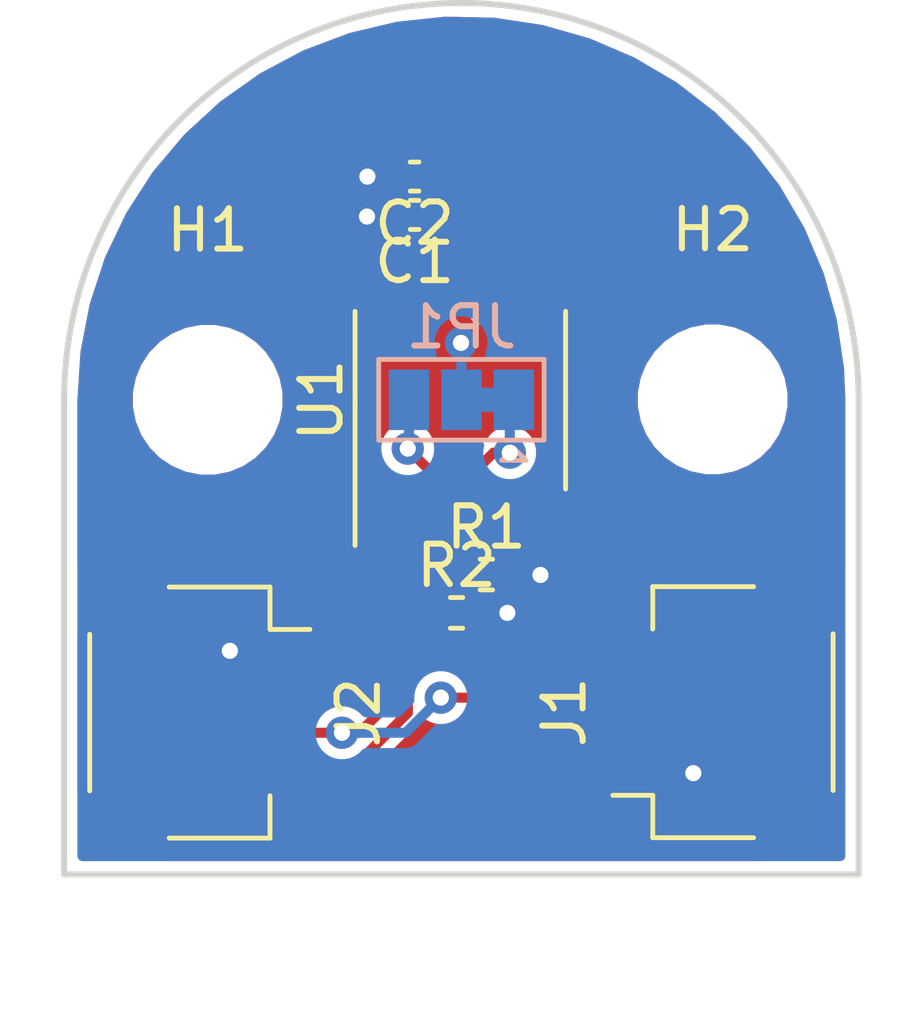
<source format=kicad_pcb>
(kicad_pcb (version 20171130) (host pcbnew 5.1.7-a382d34a8~88~ubuntu18.04.1)

  (general
    (thickness 1.6)
    (drawings 4)
    (tracks 54)
    (zones 0)
    (modules 10)
    (nets 7)
  )

  (page A4)
  (layers
    (0 F.Cu signal)
    (31 B.Cu signal)
    (32 B.Adhes user)
    (33 F.Adhes user)
    (34 B.Paste user)
    (35 F.Paste user)
    (36 B.SilkS user)
    (37 F.SilkS user)
    (38 B.Mask user)
    (39 F.Mask user)
    (40 Dwgs.User user)
    (41 Cmts.User user)
    (42 Eco1.User user)
    (43 Eco2.User user)
    (44 Edge.Cuts user)
    (45 Margin user)
    (46 B.CrtYd user)
    (47 F.CrtYd user)
    (48 B.Fab user)
    (49 F.Fab user)
  )

  (setup
    (last_trace_width 0.25)
    (trace_clearance 0.2)
    (zone_clearance 0.254)
    (zone_45_only no)
    (trace_min 0.2)
    (via_size 0.8)
    (via_drill 0.4)
    (via_min_size 0.4)
    (via_min_drill 0.3)
    (uvia_size 0.3)
    (uvia_drill 0.1)
    (uvias_allowed no)
    (uvia_min_size 0.2)
    (uvia_min_drill 0.1)
    (edge_width 0.05)
    (segment_width 0.2)
    (pcb_text_width 0.3)
    (pcb_text_size 1.5 1.5)
    (mod_edge_width 0.12)
    (mod_text_size 1 1)
    (mod_text_width 0.15)
    (pad_size 1.524 1.524)
    (pad_drill 0.762)
    (pad_to_mask_clearance 0)
    (aux_axis_origin 0 0)
    (visible_elements FFFFFF7F)
    (pcbplotparams
      (layerselection 0x010fc_ffffffff)
      (usegerberextensions false)
      (usegerberattributes true)
      (usegerberadvancedattributes true)
      (creategerberjobfile true)
      (excludeedgelayer true)
      (linewidth 0.100000)
      (plotframeref false)
      (viasonmask false)
      (mode 1)
      (useauxorigin false)
      (hpglpennumber 1)
      (hpglpenspeed 20)
      (hpglpendiameter 15.000000)
      (psnegative false)
      (psa4output false)
      (plotreference true)
      (plotvalue true)
      (plotinvisibletext false)
      (padsonsilk false)
      (subtractmaskfromsilk false)
      (outputformat 1)
      (mirror false)
      (drillshape 1)
      (scaleselection 1)
      (outputdirectory ""))
  )

  (net 0 "")
  (net 1 GND)
  (net 2 +3V3)
  (net 3 /SCL)
  (net 4 /SDA)
  (net 5 /A2)
  (net 6 /A1)

  (net_class Default "This is the default net class."
    (clearance 0.2)
    (trace_width 0.25)
    (via_dia 0.8)
    (via_drill 0.4)
    (uvia_dia 0.3)
    (uvia_drill 0.1)
    (add_net +3V3)
    (add_net /A1)
    (add_net /A2)
    (add_net /SCL)
    (add_net /SDA)
    (add_net GND)
    (add_net "Net-(U1-Pad10)")
    (add_net "Net-(U1-Pad14)")
    (add_net "Net-(U1-Pad5)")
    (add_net "Net-(U1-Pad6)")
    (add_net "Net-(U1-Pad7)")
    (add_net "Net-(U1-Pad8)")
    (add_net "Net-(U1-Pad9)")
  )

  (module Connector_JST:JST_SH_SM04B-SRSS-TB_1x04-1MP_P1.00mm_Horizontal (layer F.Cu) (tedit 5B78AD87) (tstamp 601C4F5F)
    (at 38.2 57.28 270)
    (descr "JST SH series connector, SM04B-SRSS-TB (http://www.jst-mfg.com/product/pdf/eng/eSH.pdf), generated with kicad-footprint-generator")
    (tags "connector JST SH top entry")
    (path /60266C41)
    (attr smd)
    (fp_text reference J2 (at 0 -3.98 90) (layer F.SilkS)
      (effects (font (size 1 1) (thickness 0.15)))
    )
    (fp_text value Conn_01x04_Female (at 0 3.98 90) (layer F.Fab)
      (effects (font (size 1 1) (thickness 0.15)))
    )
    (fp_text user %R (at 0 0 90) (layer F.Fab)
      (effects (font (size 1 1) (thickness 0.15)))
    )
    (fp_line (start -3 -1.675) (end 3 -1.675) (layer F.Fab) (width 0.1))
    (fp_line (start -3.11 0.715) (end -3.11 -1.785) (layer F.SilkS) (width 0.12))
    (fp_line (start -3.11 -1.785) (end -2.06 -1.785) (layer F.SilkS) (width 0.12))
    (fp_line (start -2.06 -1.785) (end -2.06 -2.775) (layer F.SilkS) (width 0.12))
    (fp_line (start 3.11 0.715) (end 3.11 -1.785) (layer F.SilkS) (width 0.12))
    (fp_line (start 3.11 -1.785) (end 2.06 -1.785) (layer F.SilkS) (width 0.12))
    (fp_line (start -1.94 2.685) (end 1.94 2.685) (layer F.SilkS) (width 0.12))
    (fp_line (start -3 2.575) (end 3 2.575) (layer F.Fab) (width 0.1))
    (fp_line (start -3 -1.675) (end -3 2.575) (layer F.Fab) (width 0.1))
    (fp_line (start 3 -1.675) (end 3 2.575) (layer F.Fab) (width 0.1))
    (fp_line (start -3.9 -3.28) (end -3.9 3.28) (layer F.CrtYd) (width 0.05))
    (fp_line (start -3.9 3.28) (end 3.9 3.28) (layer F.CrtYd) (width 0.05))
    (fp_line (start 3.9 3.28) (end 3.9 -3.28) (layer F.CrtYd) (width 0.05))
    (fp_line (start 3.9 -3.28) (end -3.9 -3.28) (layer F.CrtYd) (width 0.05))
    (fp_line (start -2 -1.675) (end -1.5 -0.967893) (layer F.Fab) (width 0.1))
    (fp_line (start -1.5 -0.967893) (end -1 -1.675) (layer F.Fab) (width 0.1))
    (pad MP smd roundrect (at 2.8 1.875 270) (size 1.2 1.8) (layers F.Cu F.Paste F.Mask) (roundrect_rratio 0.208333))
    (pad MP smd roundrect (at -2.8 1.875 270) (size 1.2 1.8) (layers F.Cu F.Paste F.Mask) (roundrect_rratio 0.208333))
    (pad 4 smd roundrect (at 1.5 -2 270) (size 0.6 1.55) (layers F.Cu F.Paste F.Mask) (roundrect_rratio 0.25)
      (net 3 /SCL))
    (pad 3 smd roundrect (at 0.5 -2 270) (size 0.6 1.55) (layers F.Cu F.Paste F.Mask) (roundrect_rratio 0.25)
      (net 4 /SDA))
    (pad 2 smd roundrect (at -0.5 -2 270) (size 0.6 1.55) (layers F.Cu F.Paste F.Mask) (roundrect_rratio 0.25)
      (net 2 +3V3))
    (pad 1 smd roundrect (at -1.5 -2 270) (size 0.6 1.55) (layers F.Cu F.Paste F.Mask) (roundrect_rratio 0.25)
      (net 1 GND))
    (model ${KISYS3DMOD}/Connector_JST.3dshapes/JST_SH_SM04B-SRSS-TB_1x04-1MP_P1.00mm_Horizontal.wrl
      (at (xyz 0 0 0))
      (scale (xyz 1 1 1))
      (rotate (xyz 0 0 0))
    )
  )

  (module Connector_JST:JST_SH_SM04B-SRSS-TB_1x04-1MP_P1.00mm_Horizontal (layer F.Cu) (tedit 5B78AD87) (tstamp 601C4F34)
    (at 51.26 57.27 90)
    (descr "JST SH series connector, SM04B-SRSS-TB (http://www.jst-mfg.com/product/pdf/eng/eSH.pdf), generated with kicad-footprint-generator")
    (tags "connector JST SH top entry")
    (path /60265EC3)
    (attr smd)
    (fp_text reference J1 (at 0 -3.98 90) (layer F.SilkS)
      (effects (font (size 1 1) (thickness 0.15)))
    )
    (fp_text value Conn_01x04_Female (at 0 3.98 90) (layer F.Fab)
      (effects (font (size 1 1) (thickness 0.15)))
    )
    (fp_text user %R (at 0 0 90) (layer F.Fab)
      (effects (font (size 1 1) (thickness 0.15)))
    )
    (fp_line (start -3 -1.675) (end 3 -1.675) (layer F.Fab) (width 0.1))
    (fp_line (start -3.11 0.715) (end -3.11 -1.785) (layer F.SilkS) (width 0.12))
    (fp_line (start -3.11 -1.785) (end -2.06 -1.785) (layer F.SilkS) (width 0.12))
    (fp_line (start -2.06 -1.785) (end -2.06 -2.775) (layer F.SilkS) (width 0.12))
    (fp_line (start 3.11 0.715) (end 3.11 -1.785) (layer F.SilkS) (width 0.12))
    (fp_line (start 3.11 -1.785) (end 2.06 -1.785) (layer F.SilkS) (width 0.12))
    (fp_line (start -1.94 2.685) (end 1.94 2.685) (layer F.SilkS) (width 0.12))
    (fp_line (start -3 2.575) (end 3 2.575) (layer F.Fab) (width 0.1))
    (fp_line (start -3 -1.675) (end -3 2.575) (layer F.Fab) (width 0.1))
    (fp_line (start 3 -1.675) (end 3 2.575) (layer F.Fab) (width 0.1))
    (fp_line (start -3.9 -3.28) (end -3.9 3.28) (layer F.CrtYd) (width 0.05))
    (fp_line (start -3.9 3.28) (end 3.9 3.28) (layer F.CrtYd) (width 0.05))
    (fp_line (start 3.9 3.28) (end 3.9 -3.28) (layer F.CrtYd) (width 0.05))
    (fp_line (start 3.9 -3.28) (end -3.9 -3.28) (layer F.CrtYd) (width 0.05))
    (fp_line (start -2 -1.675) (end -1.5 -0.967893) (layer F.Fab) (width 0.1))
    (fp_line (start -1.5 -0.967893) (end -1 -1.675) (layer F.Fab) (width 0.1))
    (pad MP smd roundrect (at 2.8 1.875 90) (size 1.2 1.8) (layers F.Cu F.Paste F.Mask) (roundrect_rratio 0.208333))
    (pad MP smd roundrect (at -2.8 1.875 90) (size 1.2 1.8) (layers F.Cu F.Paste F.Mask) (roundrect_rratio 0.208333))
    (pad 4 smd roundrect (at 1.5 -2 90) (size 0.6 1.55) (layers F.Cu F.Paste F.Mask) (roundrect_rratio 0.25)
      (net 3 /SCL))
    (pad 3 smd roundrect (at 0.5 -2 90) (size 0.6 1.55) (layers F.Cu F.Paste F.Mask) (roundrect_rratio 0.25)
      (net 4 /SDA))
    (pad 2 smd roundrect (at -0.5 -2 90) (size 0.6 1.55) (layers F.Cu F.Paste F.Mask) (roundrect_rratio 0.25)
      (net 2 +3V3))
    (pad 1 smd roundrect (at -1.5 -2 90) (size 0.6 1.55) (layers F.Cu F.Paste F.Mask) (roundrect_rratio 0.25)
      (net 1 GND))
    (model ${KISYS3DMOD}/Connector_JST.3dshapes/JST_SH_SM04B-SRSS-TB_1x04-1MP_P1.00mm_Horizontal.wrl
      (at (xyz 0 0 0))
      (scale (xyz 1 1 1))
      (rotate (xyz 0 0 0))
    )
  )

  (module Package_SO:TSSOP-14_4.4x5mm_P0.65mm (layer F.Cu) (tedit 5E476F32) (tstamp 601C4FB4)
    (at 44.704 49.54 90)
    (descr "TSSOP, 14 Pin (JEDEC MO-153 Var AB-1 https://www.jedec.org/document_search?search_api_views_fulltext=MO-153), generated with kicad-footprint-generator ipc_gullwing_generator.py")
    (tags "TSSOP SO")
    (path /602637EA)
    (attr smd)
    (fp_text reference U1 (at 0 -3.45 90) (layer F.SilkS)
      (effects (font (size 1 1) (thickness 0.15)))
    )
    (fp_text value AS5048B (at 0 3.45 90) (layer F.Fab)
      (effects (font (size 1 1) (thickness 0.15)))
    )
    (fp_text user %R (at 0 0 90) (layer F.Fab)
      (effects (font (size 1 1) (thickness 0.15)))
    )
    (fp_line (start 0 2.61) (end 2.2 2.61) (layer F.SilkS) (width 0.12))
    (fp_line (start 0 2.61) (end -2.2 2.61) (layer F.SilkS) (width 0.12))
    (fp_line (start 0 -2.61) (end 2.2 -2.61) (layer F.SilkS) (width 0.12))
    (fp_line (start 0 -2.61) (end -3.6 -2.61) (layer F.SilkS) (width 0.12))
    (fp_line (start -1.2 -2.5) (end 2.2 -2.5) (layer F.Fab) (width 0.1))
    (fp_line (start 2.2 -2.5) (end 2.2 2.5) (layer F.Fab) (width 0.1))
    (fp_line (start 2.2 2.5) (end -2.2 2.5) (layer F.Fab) (width 0.1))
    (fp_line (start -2.2 2.5) (end -2.2 -1.5) (layer F.Fab) (width 0.1))
    (fp_line (start -2.2 -1.5) (end -1.2 -2.5) (layer F.Fab) (width 0.1))
    (fp_line (start -3.85 -2.75) (end -3.85 2.75) (layer F.CrtYd) (width 0.05))
    (fp_line (start -3.85 2.75) (end 3.85 2.75) (layer F.CrtYd) (width 0.05))
    (fp_line (start 3.85 2.75) (end 3.85 -2.75) (layer F.CrtYd) (width 0.05))
    (fp_line (start 3.85 -2.75) (end -3.85 -2.75) (layer F.CrtYd) (width 0.05))
    (pad 14 smd roundrect (at 2.8625 -1.95 90) (size 1.475 0.4) (layers F.Cu F.Paste F.Mask) (roundrect_rratio 0.25))
    (pad 13 smd roundrect (at 2.8625 -1.3 90) (size 1.475 0.4) (layers F.Cu F.Paste F.Mask) (roundrect_rratio 0.25)
      (net 1 GND))
    (pad 12 smd roundrect (at 2.8625 -0.65 90) (size 1.475 0.4) (layers F.Cu F.Paste F.Mask) (roundrect_rratio 0.25)
      (net 2 +3V3))
    (pad 11 smd roundrect (at 2.8625 0 90) (size 1.475 0.4) (layers F.Cu F.Paste F.Mask) (roundrect_rratio 0.25)
      (net 2 +3V3))
    (pad 10 smd roundrect (at 2.8625 0.65 90) (size 1.475 0.4) (layers F.Cu F.Paste F.Mask) (roundrect_rratio 0.25))
    (pad 9 smd roundrect (at 2.8625 1.3 90) (size 1.475 0.4) (layers F.Cu F.Paste F.Mask) (roundrect_rratio 0.25))
    (pad 8 smd roundrect (at 2.8625 1.95 90) (size 1.475 0.4) (layers F.Cu F.Paste F.Mask) (roundrect_rratio 0.25))
    (pad 7 smd roundrect (at -2.8625 1.95 90) (size 1.475 0.4) (layers F.Cu F.Paste F.Mask) (roundrect_rratio 0.25))
    (pad 6 smd roundrect (at -2.8625 1.3 90) (size 1.475 0.4) (layers F.Cu F.Paste F.Mask) (roundrect_rratio 0.25))
    (pad 5 smd roundrect (at -2.8625 0.65 90) (size 1.475 0.4) (layers F.Cu F.Paste F.Mask) (roundrect_rratio 0.25))
    (pad 4 smd roundrect (at -2.8625 0 90) (size 1.475 0.4) (layers F.Cu F.Paste F.Mask) (roundrect_rratio 0.25)
      (net 6 /A1))
    (pad 3 smd roundrect (at -2.8625 -0.65 90) (size 1.475 0.4) (layers F.Cu F.Paste F.Mask) (roundrect_rratio 0.25)
      (net 5 /A2))
    (pad 2 smd roundrect (at -2.8625 -1.3 90) (size 1.475 0.4) (layers F.Cu F.Paste F.Mask) (roundrect_rratio 0.25)
      (net 3 /SCL))
    (pad 1 smd roundrect (at -2.8625 -1.95 90) (size 1.475 0.4) (layers F.Cu F.Paste F.Mask) (roundrect_rratio 0.25)
      (net 4 /SDA))
    (model ${KISYS3DMOD}/Package_SO.3dshapes/TSSOP-14_4.4x5mm_P0.65mm.wrl
      (at (xyz 0 0 0))
      (scale (xyz 1 1 1))
      (rotate (xyz 0 0 0))
    )
  )

  (module Resistor_SMD:R_0402_1005Metric (layer F.Cu) (tedit 5F68FEEE) (tstamp 601C4F94)
    (at 44.61 54.81)
    (descr "Resistor SMD 0402 (1005 Metric), square (rectangular) end terminal, IPC_7351 nominal, (Body size source: IPC-SM-782 page 72, https://www.pcb-3d.com/wordpress/wp-content/uploads/ipc-sm-782a_amendment_1_and_2.pdf), generated with kicad-footprint-generator")
    (tags resistor)
    (path /60270A36)
    (attr smd)
    (fp_text reference R2 (at 0 -1.17) (layer F.SilkS)
      (effects (font (size 1 1) (thickness 0.15)))
    )
    (fp_text value R (at 0 1.17) (layer F.Fab)
      (effects (font (size 1 1) (thickness 0.15)))
    )
    (fp_text user %R (at 0 0) (layer F.Fab)
      (effects (font (size 0.26 0.26) (thickness 0.04)))
    )
    (fp_line (start -0.525 0.27) (end -0.525 -0.27) (layer F.Fab) (width 0.1))
    (fp_line (start -0.525 -0.27) (end 0.525 -0.27) (layer F.Fab) (width 0.1))
    (fp_line (start 0.525 -0.27) (end 0.525 0.27) (layer F.Fab) (width 0.1))
    (fp_line (start 0.525 0.27) (end -0.525 0.27) (layer F.Fab) (width 0.1))
    (fp_line (start -0.153641 -0.38) (end 0.153641 -0.38) (layer F.SilkS) (width 0.12))
    (fp_line (start -0.153641 0.38) (end 0.153641 0.38) (layer F.SilkS) (width 0.12))
    (fp_line (start -0.93 0.47) (end -0.93 -0.47) (layer F.CrtYd) (width 0.05))
    (fp_line (start -0.93 -0.47) (end 0.93 -0.47) (layer F.CrtYd) (width 0.05))
    (fp_line (start 0.93 -0.47) (end 0.93 0.47) (layer F.CrtYd) (width 0.05))
    (fp_line (start 0.93 0.47) (end -0.93 0.47) (layer F.CrtYd) (width 0.05))
    (pad 2 smd roundrect (at 0.51 0) (size 0.54 0.64) (layers F.Cu F.Paste F.Mask) (roundrect_rratio 0.25)
      (net 1 GND))
    (pad 1 smd roundrect (at -0.51 0) (size 0.54 0.64) (layers F.Cu F.Paste F.Mask) (roundrect_rratio 0.25)
      (net 5 /A2))
    (model ${KISYS3DMOD}/Resistor_SMD.3dshapes/R_0402_1005Metric.wrl
      (at (xyz 0 0 0))
      (scale (xyz 1 1 1))
      (rotate (xyz 0 0 0))
    )
  )

  (module Resistor_SMD:R_0402_1005Metric (layer F.Cu) (tedit 5F68FEEE) (tstamp 601C54C7)
    (at 45.35 53.86)
    (descr "Resistor SMD 0402 (1005 Metric), square (rectangular) end terminal, IPC_7351 nominal, (Body size source: IPC-SM-782 page 72, https://www.pcb-3d.com/wordpress/wp-content/uploads/ipc-sm-782a_amendment_1_and_2.pdf), generated with kicad-footprint-generator")
    (tags resistor)
    (path /60270FA8)
    (attr smd)
    (fp_text reference R1 (at 0 -1.17) (layer F.SilkS)
      (effects (font (size 1 1) (thickness 0.15)))
    )
    (fp_text value R (at 0 1.17) (layer F.Fab)
      (effects (font (size 1 1) (thickness 0.15)))
    )
    (fp_text user %R (at 0 0) (layer F.Fab)
      (effects (font (size 0.26 0.26) (thickness 0.04)))
    )
    (fp_line (start -0.525 0.27) (end -0.525 -0.27) (layer F.Fab) (width 0.1))
    (fp_line (start -0.525 -0.27) (end 0.525 -0.27) (layer F.Fab) (width 0.1))
    (fp_line (start 0.525 -0.27) (end 0.525 0.27) (layer F.Fab) (width 0.1))
    (fp_line (start 0.525 0.27) (end -0.525 0.27) (layer F.Fab) (width 0.1))
    (fp_line (start -0.153641 -0.38) (end 0.153641 -0.38) (layer F.SilkS) (width 0.12))
    (fp_line (start -0.153641 0.38) (end 0.153641 0.38) (layer F.SilkS) (width 0.12))
    (fp_line (start -0.93 0.47) (end -0.93 -0.47) (layer F.CrtYd) (width 0.05))
    (fp_line (start -0.93 -0.47) (end 0.93 -0.47) (layer F.CrtYd) (width 0.05))
    (fp_line (start 0.93 -0.47) (end 0.93 0.47) (layer F.CrtYd) (width 0.05))
    (fp_line (start 0.93 0.47) (end -0.93 0.47) (layer F.CrtYd) (width 0.05))
    (pad 2 smd roundrect (at 0.51 0) (size 0.54 0.64) (layers F.Cu F.Paste F.Mask) (roundrect_rratio 0.25)
      (net 1 GND))
    (pad 1 smd roundrect (at -0.51 0) (size 0.54 0.64) (layers F.Cu F.Paste F.Mask) (roundrect_rratio 0.25)
      (net 6 /A1))
    (model ${KISYS3DMOD}/Resistor_SMD.3dshapes/R_0402_1005Metric.wrl
      (at (xyz 0 0 0))
      (scale (xyz 1 1 1))
      (rotate (xyz 0 0 0))
    )
  )

  (module Jumper:SolderJumper-3_P1.3mm_Bridged12_Pad1.0x1.5mm (layer B.Cu) (tedit 5C756B4C) (tstamp 601C4F72)
    (at 44.73 49.53 180)
    (descr "SMD Solder 3-pad Jumper, 1x1.5mm Pads, 0.3mm gap, pads 1-2 bridged with 1 copper strip")
    (tags "solder jumper open")
    (path /6026F970)
    (attr virtual)
    (fp_text reference JP1 (at 0 1.8) (layer B.SilkS)
      (effects (font (size 1 1) (thickness 0.15)) (justify mirror))
    )
    (fp_text value Jumper_NC_Dual (at 0 -2) (layer B.Fab)
      (effects (font (size 1 1) (thickness 0.15)) (justify mirror))
    )
    (fp_line (start -1.3 -1.2) (end -1 -1.5) (layer B.SilkS) (width 0.12))
    (fp_line (start -1.6 -1.5) (end -1 -1.5) (layer B.SilkS) (width 0.12))
    (fp_line (start -1.3 -1.2) (end -1.6 -1.5) (layer B.SilkS) (width 0.12))
    (fp_line (start -2.05 -1) (end -2.05 1) (layer B.SilkS) (width 0.12))
    (fp_line (start 2.05 -1) (end -2.05 -1) (layer B.SilkS) (width 0.12))
    (fp_line (start 2.05 1) (end 2.05 -1) (layer B.SilkS) (width 0.12))
    (fp_line (start -2.05 1) (end 2.05 1) (layer B.SilkS) (width 0.12))
    (fp_line (start -2.3 1.25) (end 2.3 1.25) (layer B.CrtYd) (width 0.05))
    (fp_line (start -2.3 1.25) (end -2.3 -1.25) (layer B.CrtYd) (width 0.05))
    (fp_line (start 2.3 -1.25) (end 2.3 1.25) (layer B.CrtYd) (width 0.05))
    (fp_line (start 2.3 -1.25) (end -2.3 -1.25) (layer B.CrtYd) (width 0.05))
    (fp_poly (pts (xy -0.9 0.3) (xy -0.4 0.3) (xy -0.4 -0.3) (xy -0.9 -0.3)) (layer B.Cu) (width 0))
    (pad 2 smd rect (at 0 0 180) (size 1 1.5) (layers B.Cu B.Mask)
      (net 2 +3V3))
    (pad 3 smd rect (at 1.3 0 180) (size 1 1.5) (layers B.Cu B.Mask)
      (net 5 /A2))
    (pad 1 smd rect (at -1.3 0 180) (size 1 1.5) (layers B.Cu B.Mask)
      (net 6 /A1))
  )

  (module MountingHole:MountingHole_3.2mm_M3 (layer F.Cu) (tedit 56D1B4CB) (tstamp 601C4F09)
    (at 50.96 49.52)
    (descr "Mounting Hole 3.2mm, no annular, M3")
    (tags "mounting hole 3.2mm no annular m3")
    (path /60277423)
    (attr virtual)
    (fp_text reference H2 (at 0 -4.2) (layer F.SilkS)
      (effects (font (size 1 1) (thickness 0.15)))
    )
    (fp_text value MountingHole (at 0 4.2) (layer F.Fab)
      (effects (font (size 1 1) (thickness 0.15)))
    )
    (fp_text user %R (at 0.3 0) (layer F.Fab)
      (effects (font (size 1 1) (thickness 0.15)))
    )
    (fp_circle (center 0 0) (end 3.2 0) (layer Cmts.User) (width 0.15))
    (fp_circle (center 0 0) (end 3.45 0) (layer F.CrtYd) (width 0.05))
    (pad 1 np_thru_hole circle (at 0 0) (size 3.2 3.2) (drill 3.2) (layers *.Cu *.Mask))
  )

  (module MountingHole:MountingHole_3.2mm_M3 (layer F.Cu) (tedit 56D1B4CB) (tstamp 601C4F01)
    (at 38.44 49.53)
    (descr "Mounting Hole 3.2mm, no annular, M3")
    (tags "mounting hole 3.2mm no annular m3")
    (path /6027721E)
    (attr virtual)
    (fp_text reference H1 (at 0 -4.2) (layer F.SilkS)
      (effects (font (size 1 1) (thickness 0.15)))
    )
    (fp_text value MountingHole (at 0 4.2) (layer F.Fab)
      (effects (font (size 1 1) (thickness 0.15)))
    )
    (fp_text user %R (at 0.3 0) (layer F.Fab)
      (effects (font (size 1 1) (thickness 0.15)))
    )
    (fp_circle (center 0 0) (end 3.2 0) (layer Cmts.User) (width 0.15))
    (fp_circle (center 0 0) (end 3.45 0) (layer F.CrtYd) (width 0.05))
    (pad 1 np_thru_hole circle (at 0 0) (size 3.2 3.2) (drill 3.2) (layers *.Cu *.Mask))
  )

  (module Capacitor_SMD:C_0402_1005Metric (layer F.Cu) (tedit 5F68FEEE) (tstamp 601C4EF9)
    (at 43.57 44 180)
    (descr "Capacitor SMD 0402 (1005 Metric), square (rectangular) end terminal, IPC_7351 nominal, (Body size source: IPC-SM-782 page 76, https://www.pcb-3d.com/wordpress/wp-content/uploads/ipc-sm-782a_amendment_1_and_2.pdf), generated with kicad-footprint-generator")
    (tags capacitor)
    (path /60264634)
    (attr smd)
    (fp_text reference C2 (at 0 -1.16) (layer F.SilkS)
      (effects (font (size 1 1) (thickness 0.15)))
    )
    (fp_text value C (at 0 1.16) (layer F.Fab)
      (effects (font (size 1 1) (thickness 0.15)))
    )
    (fp_text user %R (at 0 0) (layer F.Fab)
      (effects (font (size 0.25 0.25) (thickness 0.04)))
    )
    (fp_line (start -0.5 0.25) (end -0.5 -0.25) (layer F.Fab) (width 0.1))
    (fp_line (start -0.5 -0.25) (end 0.5 -0.25) (layer F.Fab) (width 0.1))
    (fp_line (start 0.5 -0.25) (end 0.5 0.25) (layer F.Fab) (width 0.1))
    (fp_line (start 0.5 0.25) (end -0.5 0.25) (layer F.Fab) (width 0.1))
    (fp_line (start -0.107836 -0.36) (end 0.107836 -0.36) (layer F.SilkS) (width 0.12))
    (fp_line (start -0.107836 0.36) (end 0.107836 0.36) (layer F.SilkS) (width 0.12))
    (fp_line (start -0.91 0.46) (end -0.91 -0.46) (layer F.CrtYd) (width 0.05))
    (fp_line (start -0.91 -0.46) (end 0.91 -0.46) (layer F.CrtYd) (width 0.05))
    (fp_line (start 0.91 -0.46) (end 0.91 0.46) (layer F.CrtYd) (width 0.05))
    (fp_line (start 0.91 0.46) (end -0.91 0.46) (layer F.CrtYd) (width 0.05))
    (pad 2 smd roundrect (at 0.48 0 180) (size 0.56 0.62) (layers F.Cu F.Paste F.Mask) (roundrect_rratio 0.25)
      (net 1 GND))
    (pad 1 smd roundrect (at -0.48 0 180) (size 0.56 0.62) (layers F.Cu F.Paste F.Mask) (roundrect_rratio 0.25)
      (net 2 +3V3))
    (model ${KISYS3DMOD}/Capacitor_SMD.3dshapes/C_0402_1005Metric.wrl
      (at (xyz 0 0 0))
      (scale (xyz 1 1 1))
      (rotate (xyz 0 0 0))
    )
  )

  (module Capacitor_SMD:C_0402_1005Metric (layer F.Cu) (tedit 5F68FEEE) (tstamp 601C4EE8)
    (at 43.57 44.95 180)
    (descr "Capacitor SMD 0402 (1005 Metric), square (rectangular) end terminal, IPC_7351 nominal, (Body size source: IPC-SM-782 page 76, https://www.pcb-3d.com/wordpress/wp-content/uploads/ipc-sm-782a_amendment_1_and_2.pdf), generated with kicad-footprint-generator")
    (tags capacitor)
    (path /602643A1)
    (attr smd)
    (fp_text reference C1 (at 0 -1.16) (layer F.SilkS)
      (effects (font (size 1 1) (thickness 0.15)))
    )
    (fp_text value C (at 0 1.16) (layer F.Fab)
      (effects (font (size 1 1) (thickness 0.15)))
    )
    (fp_text user %R (at 0 0) (layer F.Fab)
      (effects (font (size 0.25 0.25) (thickness 0.04)))
    )
    (fp_line (start -0.5 0.25) (end -0.5 -0.25) (layer F.Fab) (width 0.1))
    (fp_line (start -0.5 -0.25) (end 0.5 -0.25) (layer F.Fab) (width 0.1))
    (fp_line (start 0.5 -0.25) (end 0.5 0.25) (layer F.Fab) (width 0.1))
    (fp_line (start 0.5 0.25) (end -0.5 0.25) (layer F.Fab) (width 0.1))
    (fp_line (start -0.107836 -0.36) (end 0.107836 -0.36) (layer F.SilkS) (width 0.12))
    (fp_line (start -0.107836 0.36) (end 0.107836 0.36) (layer F.SilkS) (width 0.12))
    (fp_line (start -0.91 0.46) (end -0.91 -0.46) (layer F.CrtYd) (width 0.05))
    (fp_line (start -0.91 -0.46) (end 0.91 -0.46) (layer F.CrtYd) (width 0.05))
    (fp_line (start 0.91 -0.46) (end 0.91 0.46) (layer F.CrtYd) (width 0.05))
    (fp_line (start 0.91 0.46) (end -0.91 0.46) (layer F.CrtYd) (width 0.05))
    (pad 2 smd roundrect (at 0.48 0 180) (size 0.56 0.62) (layers F.Cu F.Paste F.Mask) (roundrect_rratio 0.25)
      (net 1 GND))
    (pad 1 smd roundrect (at -0.48 0 180) (size 0.56 0.62) (layers F.Cu F.Paste F.Mask) (roundrect_rratio 0.25)
      (net 2 +3V3))
    (model ${KISYS3DMOD}/Capacitor_SMD.3dshapes/C_0402_1005Metric.wrl
      (at (xyz 0 0 0))
      (scale (xyz 1 1 1))
      (rotate (xyz 0 0 0))
    )
  )

  (gr_line (start 54.58 61.29) (end 54.580005 49.55) (layer Edge.Cuts) (width 0.15))
  (gr_line (start 34.88 61.29) (end 54.58 61.29) (layer Edge.Cuts) (width 0.15))
  (gr_line (start 34.879995 49.55) (end 34.88 61.29) (layer Edge.Cuts) (width 0.15))
  (gr_arc (start 44.73 49.55) (end 34.879995 49.55) (angle 180) (layer Edge.Cuts) (width 0.15))

  (via (at 46.69 53.87) (size 0.8) (drill 0.4) (layers F.Cu B.Cu) (net 1))
  (segment (start 46.68 53.86) (end 46.69 53.87) (width 0.25) (layer F.Cu) (net 1))
  (segment (start 45.86 53.86) (end 46.68 53.86) (width 0.25) (layer F.Cu) (net 1))
  (via (at 45.87 54.81) (size 0.8) (drill 0.4) (layers F.Cu B.Cu) (net 1))
  (segment (start 45.12 54.81) (end 45.87 54.81) (width 0.25) (layer F.Cu) (net 1))
  (via (at 38.99 55.75) (size 0.8) (drill 0.4) (layers F.Cu B.Cu) (net 1))
  (segment (start 39.02 55.78) (end 38.99 55.75) (width 0.25) (layer F.Cu) (net 1))
  (segment (start 40.2 55.78) (end 39.02 55.78) (width 0.25) (layer F.Cu) (net 1))
  (via (at 50.48 58.78) (size 0.8) (drill 0.4) (layers F.Cu B.Cu) (net 1))
  (segment (start 50.47 58.77) (end 50.48 58.78) (width 0.25) (layer F.Cu) (net 1))
  (segment (start 49.26 58.77) (end 50.47 58.77) (width 0.25) (layer F.Cu) (net 1))
  (segment (start 43.404 45.264) (end 43.404 46.6775) (width 0.25) (layer F.Cu) (net 1))
  (segment (start 43.09 44.95) (end 43.404 45.264) (width 0.25) (layer F.Cu) (net 1))
  (segment (start 43.09 44) (end 43.09 44.95) (width 0.25) (layer F.Cu) (net 1))
  (via (at 42.4 44) (size 0.8) (drill 0.4) (layers F.Cu B.Cu) (net 1))
  (segment (start 43.09 44) (end 42.4 44) (width 0.25) (layer F.Cu) (net 1))
  (via (at 42.39 44.99) (size 0.8) (drill 0.4) (layers F.Cu B.Cu) (net 1))
  (segment (start 42.43 44.95) (end 42.39 44.99) (width 0.25) (layer F.Cu) (net 1))
  (segment (start 43.09 44.95) (end 42.43 44.95) (width 0.25) (layer F.Cu) (net 1))
  (via (at 44.72 48.12) (size 0.8) (drill 0.4) (layers F.Cu B.Cu) (net 2))
  (segment (start 44.73 48.13) (end 44.72 48.12) (width 0.25) (layer B.Cu) (net 2))
  (segment (start 44.73 49.53) (end 44.73 48.13) (width 0.25) (layer B.Cu) (net 2))
  (segment (start 40.2 58.78) (end 41.91 58.78) (width 0.25) (layer F.Cu) (net 3))
  (segment (start 41.91 58.78) (end 43.404 57.286) (width 0.25) (layer F.Cu) (net 3))
  (segment (start 44.078 55.77) (end 43.404 55.096) (width 0.25) (layer F.Cu) (net 3))
  (segment (start 49.26 55.77) (end 44.078 55.77) (width 0.25) (layer F.Cu) (net 3))
  (segment (start 43.404 55.096) (end 43.404 52.4025) (width 0.25) (layer F.Cu) (net 3))
  (segment (start 43.404 57.286) (end 43.404 55.096) (width 0.25) (layer F.Cu) (net 3))
  (segment (start 42.754 52.4025) (end 42.754 57.226) (width 0.25) (layer F.Cu) (net 4))
  (segment (start 42.754 57.226) (end 42.2 57.78) (width 0.25) (layer F.Cu) (net 4))
  (via (at 41.77 57.78) (size 0.8) (drill 0.4) (layers F.Cu B.Cu) (net 4))
  (segment (start 40.2 57.78) (end 41.77 57.78) (width 0.25) (layer F.Cu) (net 4))
  (segment (start 42.2 57.78) (end 41.77 57.78) (width 0.25) (layer F.Cu) (net 4))
  (via (at 44.22 56.91) (size 0.8) (drill 0.4) (layers F.Cu B.Cu) (net 4))
  (segment (start 43.35 57.78) (end 44.22 56.91) (width 0.25) (layer B.Cu) (net 4))
  (segment (start 41.77 57.78) (end 43.35 57.78) (width 0.25) (layer B.Cu) (net 4))
  (segment (start 49.12 56.91) (end 49.26 56.77) (width 0.25) (layer F.Cu) (net 4))
  (segment (start 44.22 56.91) (end 49.12 56.91) (width 0.25) (layer F.Cu) (net 4))
  (segment (start 44.054 54.764) (end 44.1 54.81) (width 0.25) (layer F.Cu) (net 5))
  (segment (start 44.054 52.4025) (end 44.054 54.764) (width 0.25) (layer F.Cu) (net 5))
  (via (at 43.4 50.74) (size 0.8) (drill 0.4) (layers F.Cu B.Cu) (net 5))
  (segment (start 43.43 50.71) (end 43.4 50.74) (width 0.25) (layer B.Cu) (net 5))
  (segment (start 43.43 49.53) (end 43.43 50.71) (width 0.25) (layer B.Cu) (net 5))
  (segment (start 43.4 50.74) (end 44.03 51.37) (width 0.25) (layer F.Cu) (net 5))
  (segment (start 44.03 52.3785) (end 44.054 52.4025) (width 0.25) (layer F.Cu) (net 5))
  (segment (start 44.03 51.37) (end 44.03 52.3785) (width 0.25) (layer F.Cu) (net 5))
  (segment (start 44.704 53.724) (end 44.84 53.86) (width 0.25) (layer F.Cu) (net 6))
  (segment (start 44.704 52.4025) (end 44.704 53.724) (width 0.25) (layer F.Cu) (net 6))
  (via (at 45.93 50.84) (size 0.8) (drill 0.4) (layers F.Cu B.Cu) (net 6))
  (segment (start 45.529 50.84) (end 45.93 50.84) (width 0.25) (layer F.Cu) (net 6))
  (segment (start 44.704 51.665) (end 45.529 50.84) (width 0.25) (layer F.Cu) (net 6))
  (segment (start 44.704 52.4025) (end 44.704 51.665) (width 0.25) (layer F.Cu) (net 6))
  (segment (start 45.93 49.63) (end 46.03 49.53) (width 0.25) (layer B.Cu) (net 6))
  (segment (start 45.93 50.84) (end 45.93 49.63) (width 0.25) (layer B.Cu) (net 6))

  (zone (net 2) (net_name +3V3) (layer F.Cu) (tstamp 0) (hatch edge 0.508)
    (connect_pads yes (clearance 0.254))
    (min_thickness 0.254)
    (fill yes (arc_segments 32) (thermal_gap 0.508) (thermal_bridge_width 0.508))
    (polygon
      (pts
        (xy 45.69 39.82) (xy 47.55 40.19) (xy 49.32 40.93) (xy 51.64 42.63) (xy 53.35 44.96)
        (xy 54.33 47.7) (xy 54.5 49.53) (xy 54.5 61.22) (xy 34.95 61.22) (xy 34.95 49.54)
        (xy 35.15 47.63) (xy 36.11 44.94) (xy 37.79 42.66) (xy 40.09 40.94) (xy 41.87 40.2)
        (xy 43.77 39.82) (xy 44.77 39.78)
      )
    )
    (filled_polygon
      (pts
        (xy 45.532325 40.19125) (xy 46.714987 40.369056) (xy 47.86548 40.695697) (xy 48.965121 41.165868) (xy 49.996121 41.771962)
        (xy 50.941752 42.504146) (xy 51.786684 43.350554) (xy 52.517215 44.297458) (xy 53.121504 45.329505) (xy 53.589763 46.429982)
        (xy 53.914395 47.581038) (xy 54.090869 48.768945) (xy 54.124006 49.559575) (xy 54.124004 53.587083) (xy 54.027179 53.535329)
        (xy 53.908462 53.499317) (xy 53.785001 53.487157) (xy 52.484999 53.487157) (xy 52.361538 53.499317) (xy 52.242821 53.535329)
        (xy 52.133411 53.59381) (xy 52.037512 53.672512) (xy 51.95881 53.768411) (xy 51.900329 53.877821) (xy 51.864317 53.996538)
        (xy 51.852157 54.119999) (xy 51.852157 54.820001) (xy 51.864317 54.943462) (xy 51.900329 55.062179) (xy 51.95881 55.171589)
        (xy 52.037512 55.267488) (xy 52.133411 55.34619) (xy 52.242821 55.404671) (xy 52.361538 55.440683) (xy 52.484999 55.452843)
        (xy 53.785001 55.452843) (xy 53.908462 55.440683) (xy 54.027179 55.404671) (xy 54.124003 55.352917) (xy 54.124001 59.187082)
        (xy 54.027179 59.135329) (xy 53.908462 59.099317) (xy 53.785001 59.087157) (xy 52.484999 59.087157) (xy 52.361538 59.099317)
        (xy 52.242821 59.135329) (xy 52.133411 59.19381) (xy 52.037512 59.272512) (xy 51.95881 59.368411) (xy 51.900329 59.477821)
        (xy 51.864317 59.596538) (xy 51.852157 59.719999) (xy 51.852157 60.420001) (xy 51.864317 60.543462) (xy 51.900329 60.662179)
        (xy 51.95881 60.771589) (xy 52.010029 60.834) (xy 37.458178 60.834) (xy 37.50119 60.781589) (xy 37.559671 60.672179)
        (xy 37.595683 60.553462) (xy 37.607843 60.430001) (xy 37.607843 59.729999) (xy 37.595683 59.606538) (xy 37.559671 59.487821)
        (xy 37.50119 59.378411) (xy 37.422488 59.282512) (xy 37.326589 59.20381) (xy 37.217179 59.145329) (xy 37.098462 59.109317)
        (xy 36.975001 59.097157) (xy 35.674999 59.097157) (xy 35.551538 59.109317) (xy 35.432821 59.145329) (xy 35.335999 59.197082)
        (xy 35.335999 57.63) (xy 39.042157 57.63) (xy 39.042157 57.93) (xy 39.052395 58.033953) (xy 39.082717 58.13391)
        (xy 39.131957 58.226032) (xy 39.176248 58.28) (xy 39.131957 58.333968) (xy 39.082717 58.42609) (xy 39.052395 58.526047)
        (xy 39.042157 58.63) (xy 39.042157 58.93) (xy 39.052395 59.033953) (xy 39.082717 59.13391) (xy 39.131957 59.226032)
        (xy 39.198223 59.306777) (xy 39.278968 59.373043) (xy 39.37109 59.422283) (xy 39.471047 59.452605) (xy 39.575 59.462843)
        (xy 40.825 59.462843) (xy 40.928953 59.452605) (xy 41.02891 59.422283) (xy 41.121032 59.373043) (xy 41.201777 59.306777)
        (xy 41.218828 59.286) (xy 41.885154 59.286) (xy 41.91 59.288447) (xy 41.934846 59.286) (xy 41.934854 59.286)
        (xy 42.009193 59.278678) (xy 42.104575 59.249745) (xy 42.192479 59.202759) (xy 42.269527 59.139527) (xy 42.285376 59.120215)
        (xy 42.785591 58.62) (xy 48.102157 58.62) (xy 48.102157 58.92) (xy 48.112395 59.023953) (xy 48.142717 59.12391)
        (xy 48.191957 59.216032) (xy 48.258223 59.296777) (xy 48.338968 59.363043) (xy 48.43109 59.412283) (xy 48.531047 59.442605)
        (xy 48.635 59.452843) (xy 49.885 59.452843) (xy 49.988953 59.442605) (xy 50.041871 59.426552) (xy 50.110058 59.472113)
        (xy 50.252191 59.530987) (xy 50.403078 59.561) (xy 50.556922 59.561) (xy 50.707809 59.530987) (xy 50.849942 59.472113)
        (xy 50.977859 59.386642) (xy 51.086642 59.277859) (xy 51.172113 59.149942) (xy 51.230987 59.007809) (xy 51.261 58.856922)
        (xy 51.261 58.703078) (xy 51.230987 58.552191) (xy 51.172113 58.410058) (xy 51.086642 58.282141) (xy 50.977859 58.173358)
        (xy 50.849942 58.087887) (xy 50.707809 58.029013) (xy 50.556922 57.999) (xy 50.403078 57.999) (xy 50.252191 58.029013)
        (xy 50.110058 58.087887) (xy 50.062457 58.119693) (xy 49.988953 58.097395) (xy 49.885 58.087157) (xy 48.635 58.087157)
        (xy 48.531047 58.097395) (xy 48.43109 58.127717) (xy 48.338968 58.176957) (xy 48.258223 58.243223) (xy 48.191957 58.323968)
        (xy 48.142717 58.41609) (xy 48.112395 58.516047) (xy 48.102157 58.62) (xy 42.785591 58.62) (xy 43.74422 57.661372)
        (xy 43.763527 57.645527) (xy 43.817183 57.580147) (xy 43.850058 57.602113) (xy 43.992191 57.660987) (xy 44.143078 57.691)
        (xy 44.296922 57.691) (xy 44.447809 57.660987) (xy 44.589942 57.602113) (xy 44.717859 57.516642) (xy 44.818501 57.416)
        (xy 48.443343 57.416) (xy 48.531047 57.442605) (xy 48.635 57.452843) (xy 49.885 57.452843) (xy 49.988953 57.442605)
        (xy 50.08891 57.412283) (xy 50.181032 57.363043) (xy 50.261777 57.296777) (xy 50.328043 57.216032) (xy 50.377283 57.12391)
        (xy 50.407605 57.023953) (xy 50.417843 56.92) (xy 50.417843 56.62) (xy 50.407605 56.516047) (xy 50.377283 56.41609)
        (xy 50.328043 56.323968) (xy 50.283752 56.27) (xy 50.328043 56.216032) (xy 50.377283 56.12391) (xy 50.407605 56.023953)
        (xy 50.417843 55.92) (xy 50.417843 55.62) (xy 50.407605 55.516047) (xy 50.377283 55.41609) (xy 50.328043 55.323968)
        (xy 50.261777 55.243223) (xy 50.181032 55.176957) (xy 50.08891 55.127717) (xy 49.988953 55.097395) (xy 49.885 55.087157)
        (xy 48.635 55.087157) (xy 48.531047 55.097395) (xy 48.43109 55.127717) (xy 48.338968 55.176957) (xy 48.258223 55.243223)
        (xy 48.241172 55.264) (xy 46.505948 55.264) (xy 46.562113 55.179942) (xy 46.620987 55.037809) (xy 46.651 54.886922)
        (xy 46.651 54.733078) (xy 46.634674 54.651) (xy 46.766922 54.651) (xy 46.917809 54.620987) (xy 47.059942 54.562113)
        (xy 47.187859 54.476642) (xy 47.296642 54.367859) (xy 47.382113 54.239942) (xy 47.440987 54.097809) (xy 47.471 53.946922)
        (xy 47.471 53.793078) (xy 47.440987 53.642191) (xy 47.382113 53.500058) (xy 47.296642 53.372141) (xy 47.187859 53.263358)
        (xy 47.181675 53.259226) (xy 47.200089 53.224776) (xy 47.227565 53.134198) (xy 47.236843 53.04) (xy 47.236843 51.765)
        (xy 47.227565 51.670802) (xy 47.200089 51.580224) (xy 47.155469 51.496747) (xy 47.095422 51.423578) (xy 47.022253 51.363531)
        (xy 46.938776 51.318911) (xy 46.848198 51.291435) (xy 46.754 51.282157) (xy 46.573861 51.282157) (xy 46.622113 51.209942)
        (xy 46.680987 51.067809) (xy 46.711 50.916922) (xy 46.711 50.763078) (xy 46.680987 50.612191) (xy 46.622113 50.470058)
        (xy 46.536642 50.342141) (xy 46.427859 50.233358) (xy 46.299942 50.147887) (xy 46.157809 50.089013) (xy 46.006922 50.059)
        (xy 45.853078 50.059) (xy 45.702191 50.089013) (xy 45.560058 50.147887) (xy 45.432141 50.233358) (xy 45.323358 50.342141)
        (xy 45.287988 50.395076) (xy 45.246521 50.417241) (xy 45.169473 50.480473) (xy 45.153628 50.49978) (xy 44.492165 51.161244)
        (xy 44.489657 51.156552) (xy 44.452759 51.087521) (xy 44.389527 51.010473) (xy 44.37022 50.994628) (xy 44.181 50.805408)
        (xy 44.181 50.663078) (xy 44.150987 50.512191) (xy 44.092113 50.370058) (xy 44.006642 50.242141) (xy 43.897859 50.133358)
        (xy 43.769942 50.047887) (xy 43.627809 49.989013) (xy 43.476922 49.959) (xy 43.323078 49.959) (xy 43.172191 49.989013)
        (xy 43.030058 50.047887) (xy 42.902141 50.133358) (xy 42.793358 50.242141) (xy 42.707887 50.370058) (xy 42.649013 50.512191)
        (xy 42.619 50.663078) (xy 42.619 50.816922) (xy 42.649013 50.967809) (xy 42.707887 51.109942) (xy 42.793358 51.237859)
        (xy 42.837656 51.282157) (xy 42.654 51.282157) (xy 42.559802 51.291435) (xy 42.469224 51.318911) (xy 42.385747 51.363531)
        (xy 42.312578 51.423578) (xy 42.252531 51.496747) (xy 42.207911 51.580224) (xy 42.180435 51.670802) (xy 42.171157 51.765)
        (xy 42.171157 53.04) (xy 42.180435 53.134198) (xy 42.207911 53.224776) (xy 42.248 53.299777) (xy 42.248001 57.016407)
        (xy 42.16187 57.102539) (xy 42.139942 57.087887) (xy 41.997809 57.029013) (xy 41.846922 56.999) (xy 41.693078 56.999)
        (xy 41.542191 57.029013) (xy 41.400058 57.087887) (xy 41.272141 57.173358) (xy 41.196559 57.24894) (xy 41.121032 57.186957)
        (xy 41.02891 57.137717) (xy 40.928953 57.107395) (xy 40.825 57.097157) (xy 39.575 57.097157) (xy 39.471047 57.107395)
        (xy 39.37109 57.137717) (xy 39.278968 57.186957) (xy 39.198223 57.253223) (xy 39.131957 57.333968) (xy 39.082717 57.42609)
        (xy 39.052395 57.526047) (xy 39.042157 57.63) (xy 35.335999 57.63) (xy 35.335998 55.673078) (xy 38.209 55.673078)
        (xy 38.209 55.826922) (xy 38.239013 55.977809) (xy 38.297887 56.119942) (xy 38.383358 56.247859) (xy 38.492141 56.356642)
        (xy 38.620058 56.442113) (xy 38.762191 56.500987) (xy 38.913078 56.531) (xy 39.066922 56.531) (xy 39.217809 56.500987)
        (xy 39.359942 56.442113) (xy 39.383834 56.426149) (xy 39.471047 56.452605) (xy 39.575 56.462843) (xy 40.825 56.462843)
        (xy 40.928953 56.452605) (xy 41.02891 56.422283) (xy 41.121032 56.373043) (xy 41.201777 56.306777) (xy 41.268043 56.226032)
        (xy 41.317283 56.13391) (xy 41.347605 56.033953) (xy 41.357843 55.93) (xy 41.357843 55.63) (xy 41.347605 55.526047)
        (xy 41.317283 55.42609) (xy 41.268043 55.333968) (xy 41.201777 55.253223) (xy 41.121032 55.186957) (xy 41.02891 55.137717)
        (xy 40.928953 55.107395) (xy 40.825 55.097157) (xy 39.575 55.097157) (xy 39.471047 55.107395) (xy 39.445593 55.115117)
        (xy 39.359942 55.057887) (xy 39.217809 54.999013) (xy 39.066922 54.969) (xy 38.913078 54.969) (xy 38.762191 54.999013)
        (xy 38.620058 55.057887) (xy 38.492141 55.143358) (xy 38.383358 55.252141) (xy 38.297887 55.380058) (xy 38.239013 55.522191)
        (xy 38.209 55.673078) (xy 35.335998 55.673078) (xy 35.335997 55.362917) (xy 35.432821 55.414671) (xy 35.551538 55.450683)
        (xy 35.674999 55.462843) (xy 36.975001 55.462843) (xy 37.098462 55.450683) (xy 37.217179 55.414671) (xy 37.326589 55.35619)
        (xy 37.422488 55.277488) (xy 37.50119 55.181589) (xy 37.559671 55.072179) (xy 37.595683 54.953462) (xy 37.607843 54.830001)
        (xy 37.607843 54.129999) (xy 37.595683 54.006538) (xy 37.559671 53.887821) (xy 37.50119 53.778411) (xy 37.422488 53.682512)
        (xy 37.326589 53.60381) (xy 37.217179 53.545329) (xy 37.098462 53.509317) (xy 36.975001 53.497157) (xy 35.674999 53.497157)
        (xy 35.551538 53.509317) (xy 35.432821 53.545329) (xy 35.335996 53.597083) (xy 35.335994 49.564545) (xy 35.350643 49.334889)
        (xy 36.459 49.334889) (xy 36.459 49.725111) (xy 36.535129 50.107836) (xy 36.684461 50.468355) (xy 36.901257 50.792814)
        (xy 37.177186 51.068743) (xy 37.501645 51.285539) (xy 37.862164 51.434871) (xy 38.244889 51.511) (xy 38.635111 51.511)
        (xy 39.017836 51.434871) (xy 39.378355 51.285539) (xy 39.702814 51.068743) (xy 39.978743 50.792814) (xy 40.195539 50.468355)
        (xy 40.344871 50.107836) (xy 40.421 49.725111) (xy 40.421 49.334889) (xy 40.419011 49.324889) (xy 48.979 49.324889)
        (xy 48.979 49.715111) (xy 49.055129 50.097836) (xy 49.204461 50.458355) (xy 49.421257 50.782814) (xy 49.697186 51.058743)
        (xy 50.021645 51.275539) (xy 50.382164 51.424871) (xy 50.764889 51.501) (xy 51.155111 51.501) (xy 51.537836 51.424871)
        (xy 51.898355 51.275539) (xy 52.222814 51.058743) (xy 52.498743 50.782814) (xy 52.715539 50.458355) (xy 52.864871 50.097836)
        (xy 52.941 49.715111) (xy 52.941 49.324889) (xy 52.864871 48.942164) (xy 52.715539 48.581645) (xy 52.498743 48.257186)
        (xy 52.222814 47.981257) (xy 51.898355 47.764461) (xy 51.537836 47.615129) (xy 51.155111 47.539) (xy 50.764889 47.539)
        (xy 50.382164 47.615129) (xy 50.021645 47.764461) (xy 49.697186 47.981257) (xy 49.421257 48.257186) (xy 49.204461 48.581645)
        (xy 49.055129 48.942164) (xy 48.979 49.324889) (xy 40.419011 49.324889) (xy 40.344871 48.952164) (xy 40.195539 48.591645)
        (xy 39.978743 48.267186) (xy 39.702814 47.991257) (xy 39.378355 47.774461) (xy 39.017836 47.625129) (xy 38.635111 47.549)
        (xy 38.244889 47.549) (xy 37.862164 47.625129) (xy 37.501645 47.774461) (xy 37.177186 47.991257) (xy 36.901257 48.267186)
        (xy 36.684461 48.591645) (xy 36.535129 48.952164) (xy 36.459 49.334889) (xy 35.350643 49.334889) (xy 35.413058 48.356474)
        (xy 35.640233 47.182291) (xy 36.014762 46.046493) (xy 36.530576 44.967494) (xy 36.565712 44.913078) (xy 41.609 44.913078)
        (xy 41.609 45.066922) (xy 41.639013 45.217809) (xy 41.697887 45.359942) (xy 41.783358 45.487859) (xy 41.892141 45.596642)
        (xy 42.020058 45.682113) (xy 42.162191 45.740987) (xy 42.261555 45.760751) (xy 42.252531 45.771747) (xy 42.207911 45.855224)
        (xy 42.180435 45.945802) (xy 42.171157 46.04) (xy 42.171157 47.315) (xy 42.180435 47.409198) (xy 42.207911 47.499776)
        (xy 42.252531 47.583253) (xy 42.312578 47.656422) (xy 42.385747 47.716469) (xy 42.469224 47.761089) (xy 42.559802 47.788565)
        (xy 42.654 47.797843) (xy 42.854 47.797843) (xy 42.948198 47.788565) (xy 43.038776 47.761089) (xy 43.079 47.739589)
        (xy 43.119224 47.761089) (xy 43.209802 47.788565) (xy 43.304 47.797843) (xy 43.504 47.797843) (xy 43.598198 47.788565)
        (xy 43.688776 47.761089) (xy 43.772253 47.716469) (xy 43.845422 47.656422) (xy 43.905469 47.583253) (xy 43.950089 47.499776)
        (xy 43.977565 47.409198) (xy 43.986843 47.315) (xy 43.986843 46.04) (xy 44.771157 46.04) (xy 44.771157 47.315)
        (xy 44.780435 47.409198) (xy 44.807911 47.499776) (xy 44.852531 47.583253) (xy 44.912578 47.656422) (xy 44.985747 47.716469)
        (xy 45.069224 47.761089) (xy 45.159802 47.788565) (xy 45.254 47.797843) (xy 45.454 47.797843) (xy 45.548198 47.788565)
        (xy 45.638776 47.761089) (xy 45.679 47.739589) (xy 45.719224 47.761089) (xy 45.809802 47.788565) (xy 45.904 47.797843)
        (xy 46.104 47.797843) (xy 46.198198 47.788565) (xy 46.288776 47.761089) (xy 46.329 47.739589) (xy 46.369224 47.761089)
        (xy 46.459802 47.788565) (xy 46.554 47.797843) (xy 46.754 47.797843) (xy 46.848198 47.788565) (xy 46.938776 47.761089)
        (xy 47.022253 47.716469) (xy 47.095422 47.656422) (xy 47.155469 47.583253) (xy 47.200089 47.499776) (xy 47.227565 47.409198)
        (xy 47.236843 47.315) (xy 47.236843 46.04) (xy 47.227565 45.945802) (xy 47.200089 45.855224) (xy 47.155469 45.771747)
        (xy 47.095422 45.698578) (xy 47.022253 45.638531) (xy 46.938776 45.593911) (xy 46.848198 45.566435) (xy 46.754 45.557157)
        (xy 46.554 45.557157) (xy 46.459802 45.566435) (xy 46.369224 45.593911) (xy 46.329 45.615411) (xy 46.288776 45.593911)
        (xy 46.198198 45.566435) (xy 46.104 45.557157) (xy 45.904 45.557157) (xy 45.809802 45.566435) (xy 45.719224 45.593911)
        (xy 45.679 45.615411) (xy 45.638776 45.593911) (xy 45.548198 45.566435) (xy 45.454 45.557157) (xy 45.254 45.557157)
        (xy 45.159802 45.566435) (xy 45.069224 45.593911) (xy 44.985747 45.638531) (xy 44.912578 45.698578) (xy 44.852531 45.771747)
        (xy 44.807911 45.855224) (xy 44.780435 45.945802) (xy 44.771157 46.04) (xy 43.986843 46.04) (xy 43.977565 45.945802)
        (xy 43.950089 45.855224) (xy 43.91 45.780224) (xy 43.91 45.288845) (xy 43.912447 45.263999) (xy 43.91 45.239153)
        (xy 43.91 45.239146) (xy 43.902678 45.164807) (xy 43.873745 45.069425) (xy 43.826759 44.981521) (xy 43.763527 44.904473)
        (xy 43.752843 44.895705) (xy 43.752843 44.78) (xy 43.742797 44.677998) (xy 43.713044 44.579917) (xy 43.664728 44.489524)
        (xy 43.652809 44.475) (xy 43.664728 44.460476) (xy 43.713044 44.370083) (xy 43.742797 44.272002) (xy 43.752843 44.17)
        (xy 43.752843 43.83) (xy 43.742797 43.727998) (xy 43.713044 43.629917) (xy 43.664728 43.539524) (xy 43.599706 43.460294)
        (xy 43.520476 43.395272) (xy 43.430083 43.346956) (xy 43.332002 43.317203) (xy 43.23 43.307157) (xy 42.95 43.307157)
        (xy 42.847998 43.317203) (xy 42.803903 43.330579) (xy 42.769942 43.307887) (xy 42.627809 43.249013) (xy 42.476922 43.219)
        (xy 42.323078 43.219) (xy 42.172191 43.249013) (xy 42.030058 43.307887) (xy 41.902141 43.393358) (xy 41.793358 43.502141)
        (xy 41.707887 43.630058) (xy 41.649013 43.772191) (xy 41.619 43.923078) (xy 41.619 44.076922) (xy 41.649013 44.227809)
        (xy 41.707887 44.369942) (xy 41.787062 44.488437) (xy 41.783358 44.492141) (xy 41.697887 44.620058) (xy 41.639013 44.762191)
        (xy 41.609 44.913078) (xy 36.565712 44.913078) (xy 37.179311 43.962782) (xy 37.950452 43.048643) (xy 38.831498 42.239898)
        (xy 39.80816 41.549662) (xy 40.864614 40.989118) (xy 41.983728 40.567355) (xy 43.147367 40.29121) (xy 44.336661 40.165161)
      )
    )
  )
  (zone (net 1) (net_name GND) (layer B.Cu) (tstamp 601C64B8) (hatch edge 0.508)
    (connect_pads yes (clearance 0.254))
    (min_thickness 0.254)
    (fill yes (arc_segments 32) (thermal_gap 0.508) (thermal_bridge_width 0.508))
    (polygon
      (pts
        (xy 45.670576 39.82) (xy 47.530576 40.19) (xy 49.300576 40.93) (xy 51.620576 42.63) (xy 53.330576 44.96)
        (xy 54.310576 47.7) (xy 54.480576 49.53) (xy 54.480576 61.22) (xy 34.930576 61.22) (xy 34.930576 49.54)
        (xy 35.130576 47.63) (xy 36.090576 44.94) (xy 37.770576 42.66) (xy 40.070576 40.94) (xy 41.850576 40.2)
        (xy 43.750576 39.82) (xy 44.750576 39.78)
      )
    )
    (filled_polygon
      (pts
        (xy 45.532325 40.19125) (xy 46.714987 40.369056) (xy 47.86548 40.695697) (xy 48.965121 41.165868) (xy 49.996121 41.771962)
        (xy 50.941752 42.504146) (xy 51.786684 43.350554) (xy 52.517215 44.297458) (xy 53.121504 45.329505) (xy 53.589763 46.429982)
        (xy 53.914395 47.581038) (xy 54.090869 48.768945) (xy 54.124006 49.559575) (xy 54.124 60.834) (xy 35.336 60.834)
        (xy 35.335999 57.703078) (xy 40.989 57.703078) (xy 40.989 57.856922) (xy 41.019013 58.007809) (xy 41.077887 58.149942)
        (xy 41.163358 58.277859) (xy 41.272141 58.386642) (xy 41.400058 58.472113) (xy 41.542191 58.530987) (xy 41.693078 58.561)
        (xy 41.846922 58.561) (xy 41.997809 58.530987) (xy 42.139942 58.472113) (xy 42.267859 58.386642) (xy 42.368501 58.286)
        (xy 43.325154 58.286) (xy 43.35 58.288447) (xy 43.374846 58.286) (xy 43.374854 58.286) (xy 43.449193 58.278678)
        (xy 43.544575 58.249745) (xy 43.632479 58.202759) (xy 43.709527 58.139527) (xy 43.725376 58.120215) (xy 44.154592 57.691)
        (xy 44.296922 57.691) (xy 44.447809 57.660987) (xy 44.589942 57.602113) (xy 44.717859 57.516642) (xy 44.826642 57.407859)
        (xy 44.912113 57.279942) (xy 44.970987 57.137809) (xy 45.001 56.986922) (xy 45.001 56.833078) (xy 44.970987 56.682191)
        (xy 44.912113 56.540058) (xy 44.826642 56.412141) (xy 44.717859 56.303358) (xy 44.589942 56.217887) (xy 44.447809 56.159013)
        (xy 44.296922 56.129) (xy 44.143078 56.129) (xy 43.992191 56.159013) (xy 43.850058 56.217887) (xy 43.722141 56.303358)
        (xy 43.613358 56.412141) (xy 43.527887 56.540058) (xy 43.469013 56.682191) (xy 43.439 56.833078) (xy 43.439 56.975408)
        (xy 43.140409 57.274) (xy 42.368501 57.274) (xy 42.267859 57.173358) (xy 42.139942 57.087887) (xy 41.997809 57.029013)
        (xy 41.846922 56.999) (xy 41.693078 56.999) (xy 41.542191 57.029013) (xy 41.400058 57.087887) (xy 41.272141 57.173358)
        (xy 41.163358 57.282141) (xy 41.077887 57.410058) (xy 41.019013 57.552191) (xy 40.989 57.703078) (xy 35.335999 57.703078)
        (xy 35.335994 49.564545) (xy 35.350643 49.334889) (xy 36.459 49.334889) (xy 36.459 49.725111) (xy 36.535129 50.107836)
        (xy 36.684461 50.468355) (xy 36.901257 50.792814) (xy 37.177186 51.068743) (xy 37.501645 51.285539) (xy 37.862164 51.434871)
        (xy 38.244889 51.511) (xy 38.635111 51.511) (xy 39.017836 51.434871) (xy 39.378355 51.285539) (xy 39.702814 51.068743)
        (xy 39.978743 50.792814) (xy 40.195539 50.468355) (xy 40.344871 50.107836) (xy 40.421 49.725111) (xy 40.421 49.334889)
        (xy 40.344871 48.952164) (xy 40.273559 48.78) (xy 42.547157 48.78) (xy 42.547157 50.28) (xy 42.554513 50.354689)
        (xy 42.576299 50.426508) (xy 42.611678 50.492696) (xy 42.644851 50.533117) (xy 42.619 50.663078) (xy 42.619 50.816922)
        (xy 42.649013 50.967809) (xy 42.707887 51.109942) (xy 42.793358 51.237859) (xy 42.902141 51.346642) (xy 43.030058 51.432113)
        (xy 43.172191 51.490987) (xy 43.323078 51.521) (xy 43.476922 51.521) (xy 43.627809 51.490987) (xy 43.769942 51.432113)
        (xy 43.897859 51.346642) (xy 44.006642 51.237859) (xy 44.092113 51.109942) (xy 44.150987 50.967809) (xy 44.181 50.816922)
        (xy 44.181 50.663078) (xy 44.179973 50.657916) (xy 44.23 50.662843) (xy 45.168938 50.662843) (xy 45.149 50.763078)
        (xy 45.149 50.916922) (xy 45.179013 51.067809) (xy 45.237887 51.209942) (xy 45.323358 51.337859) (xy 45.432141 51.446642)
        (xy 45.560058 51.532113) (xy 45.702191 51.590987) (xy 45.853078 51.621) (xy 46.006922 51.621) (xy 46.157809 51.590987)
        (xy 46.299942 51.532113) (xy 46.427859 51.446642) (xy 46.536642 51.337859) (xy 46.622113 51.209942) (xy 46.680987 51.067809)
        (xy 46.711 50.916922) (xy 46.711 50.763078) (xy 46.684424 50.62947) (xy 46.742696 50.598322) (xy 46.800711 50.550711)
        (xy 46.848322 50.492696) (xy 46.883701 50.426508) (xy 46.905487 50.354689) (xy 46.912843 50.28) (xy 46.912843 49.324889)
        (xy 48.979 49.324889) (xy 48.979 49.715111) (xy 49.055129 50.097836) (xy 49.204461 50.458355) (xy 49.421257 50.782814)
        (xy 49.697186 51.058743) (xy 50.021645 51.275539) (xy 50.382164 51.424871) (xy 50.764889 51.501) (xy 51.155111 51.501)
        (xy 51.537836 51.424871) (xy 51.898355 51.275539) (xy 52.222814 51.058743) (xy 52.498743 50.782814) (xy 52.715539 50.458355)
        (xy 52.864871 50.097836) (xy 52.941 49.715111) (xy 52.941 49.324889) (xy 52.864871 48.942164) (xy 52.715539 48.581645)
        (xy 52.498743 48.257186) (xy 52.222814 47.981257) (xy 51.898355 47.764461) (xy 51.537836 47.615129) (xy 51.155111 47.539)
        (xy 50.764889 47.539) (xy 50.382164 47.615129) (xy 50.021645 47.764461) (xy 49.697186 47.981257) (xy 49.421257 48.257186)
        (xy 49.204461 48.581645) (xy 49.055129 48.942164) (xy 48.979 49.324889) (xy 46.912843 49.324889) (xy 46.912843 48.78)
        (xy 46.905487 48.705311) (xy 46.883701 48.633492) (xy 46.848322 48.567304) (xy 46.800711 48.509289) (xy 46.742696 48.461678)
        (xy 46.676508 48.426299) (xy 46.604689 48.404513) (xy 46.53 48.397157) (xy 45.53 48.397157) (xy 45.455311 48.404513)
        (xy 45.446377 48.407223) (xy 45.470987 48.347809) (xy 45.501 48.196922) (xy 45.501 48.043078) (xy 45.470987 47.892191)
        (xy 45.412113 47.750058) (xy 45.326642 47.622141) (xy 45.217859 47.513358) (xy 45.089942 47.427887) (xy 44.947809 47.369013)
        (xy 44.796922 47.339) (xy 44.643078 47.339) (xy 44.492191 47.369013) (xy 44.350058 47.427887) (xy 44.222141 47.513358)
        (xy 44.113358 47.622141) (xy 44.027887 47.750058) (xy 43.969013 47.892191) (xy 43.939 48.043078) (xy 43.939 48.196922)
        (xy 43.969013 48.347809) (xy 43.991982 48.403262) (xy 43.93 48.397157) (xy 42.93 48.397157) (xy 42.855311 48.404513)
        (xy 42.783492 48.426299) (xy 42.717304 48.461678) (xy 42.659289 48.509289) (xy 42.611678 48.567304) (xy 42.576299 48.633492)
        (xy 42.554513 48.705311) (xy 42.547157 48.78) (xy 40.273559 48.78) (xy 40.195539 48.591645) (xy 39.978743 48.267186)
        (xy 39.702814 47.991257) (xy 39.378355 47.774461) (xy 39.017836 47.625129) (xy 38.635111 47.549) (xy 38.244889 47.549)
        (xy 37.862164 47.625129) (xy 37.501645 47.774461) (xy 37.177186 47.991257) (xy 36.901257 48.267186) (xy 36.684461 48.591645)
        (xy 36.535129 48.952164) (xy 36.459 49.334889) (xy 35.350643 49.334889) (xy 35.413058 48.356474) (xy 35.640233 47.182291)
        (xy 36.014762 46.046493) (xy 36.530576 44.967494) (xy 37.179311 43.962782) (xy 37.950452 43.048643) (xy 38.831498 42.239898)
        (xy 39.80816 41.549662) (xy 40.864614 40.989118) (xy 41.983728 40.567355) (xy 43.147367 40.29121) (xy 44.336661 40.165161)
      )
    )
  )
)

</source>
